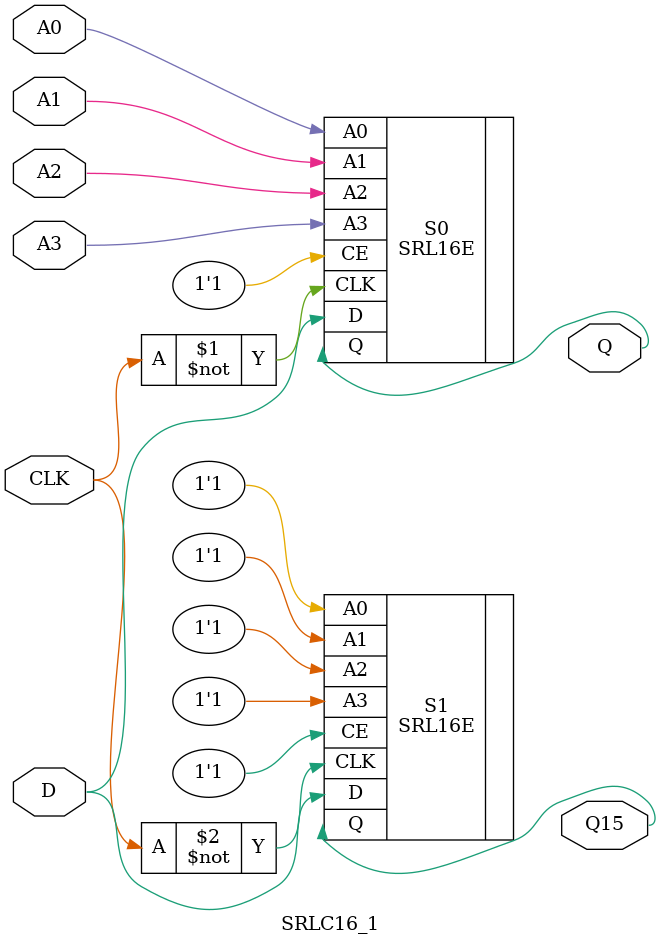
<source format=v>

`timescale  1 ps / 1 ps

module SRLC16_1 (Q, Q15, A0, A1, A2, A3, CLK, D);

    parameter [15:0] INIT = 16'h0000;

    output Q, Q15;

    input  A0, A1, A2, A3, CLK, D;

    SRL16E #(.INIT(INIT)) S0 (.Q(Q), .A0(A0), .A1(A1), .A2(A2), .A3(A3), .CE(1'b1), .CLK(~CLK), .D(D));
    SRL16E #(.INIT(INIT)) S1 (.Q(Q15), .A0(1'b1), .A1(1'b1), .A2(1'b1), .A3(1'b1), .CE(1'b1), .CLK(~CLK), .D(D));

endmodule

</source>
